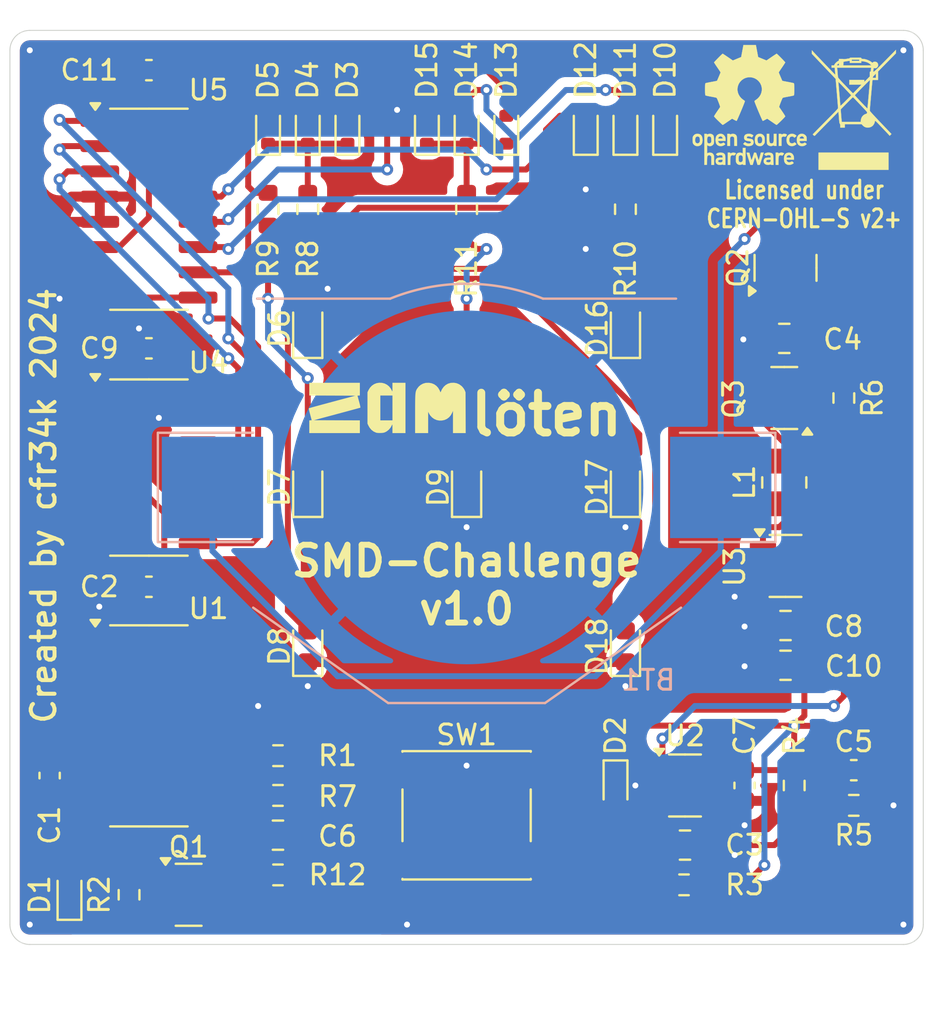
<source format=kicad_pcb>
(kicad_pcb
	(version 20240108)
	(generator "pcbnew")
	(generator_version "8.0")
	(general
		(thickness 1.6)
		(legacy_teardrops no)
	)
	(paper "A4")
	(layers
		(0 "F.Cu" signal)
		(31 "B.Cu" signal)
		(32 "B.Adhes" user "B.Adhesive")
		(33 "F.Adhes" user "F.Adhesive")
		(34 "B.Paste" user)
		(35 "F.Paste" user)
		(36 "B.SilkS" user "B.Silkscreen")
		(37 "F.SilkS" user "F.Silkscreen")
		(38 "B.Mask" user)
		(39 "F.Mask" user)
		(40 "Dwgs.User" user "User.Drawings")
		(41 "Cmts.User" user "User.Comments")
		(42 "Eco1.User" user "User.Eco1")
		(43 "Eco2.User" user "User.Eco2")
		(44 "Edge.Cuts" user)
		(45 "Margin" user)
		(46 "B.CrtYd" user "B.Courtyard")
		(47 "F.CrtYd" user "F.Courtyard")
		(48 "B.Fab" user)
		(49 "F.Fab" user)
		(50 "User.1" user)
		(51 "User.2" user)
		(52 "User.3" user)
		(53 "User.4" user)
		(54 "User.5" user)
		(55 "User.6" user)
		(56 "User.7" user)
		(57 "User.8" user)
		(58 "User.9" user)
	)
	(setup
		(pad_to_mask_clearance 0)
		(allow_soldermask_bridges_in_footprints no)
		(pcbplotparams
			(layerselection 0x00010fc_ffffffff)
			(plot_on_all_layers_selection 0x0000000_00000000)
			(disableapertmacros no)
			(usegerberextensions no)
			(usegerberattributes yes)
			(usegerberadvancedattributes yes)
			(creategerberjobfile yes)
			(dashed_line_dash_ratio 12.000000)
			(dashed_line_gap_ratio 3.000000)
			(svgprecision 4)
			(plotframeref no)
			(viasonmask no)
			(mode 1)
			(useauxorigin no)
			(hpglpennumber 1)
			(hpglpenspeed 20)
			(hpglpendiameter 15.000000)
			(pdf_front_fp_property_popups yes)
			(pdf_back_fp_property_popups yes)
			(dxfpolygonmode yes)
			(dxfimperialunits yes)
			(dxfusepcbnewfont yes)
			(psnegative no)
			(psa4output no)
			(plotreference yes)
			(plotvalue yes)
			(plotfptext yes)
			(plotinvisibletext no)
			(sketchpadsonfab no)
			(subtractmaskfromsilk no)
			(outputformat 1)
			(mirror no)
			(drillshape 0)
			(scaleselection 1)
			(outputdirectory "gerber")
		)
	)
	(net 0 "")
	(net 1 "+BATT")
	(net 2 "GND")
	(net 3 "Net-(U1-C2)")
	(net 4 "Net-(U1-C1)")
	(net 5 "VCC")
	(net 6 "Net-(D2-A)")
	(net 7 "Net-(Q2-S)")
	(net 8 "Net-(U2--)")
	(net 9 "Net-(U1-VCOin)")
	(net 10 "Net-(D1-A)")
	(net 11 "/PWR_EN")
	(net 12 "Net-(D3-K)")
	(net 13 "/C4")
	(net 14 "/C5")
	(net 15 "/C6")
	(net 16 "Net-(D18-A)")
	(net 17 "/LED_A")
	(net 18 "Net-(D17-A)")
	(net 19 "/LED_C")
	(net 20 "Net-(D16-K)")
	(net 21 "/LED_D")
	(net 22 "Net-(D10-K)")
	(net 23 "/C3")
	(net 24 "/C2")
	(net 25 "Net-(D13-K)")
	(net 26 "/C1")
	(net 27 "/LED_B")
	(net 28 "Net-(U3-SW)")
	(net 29 "Net-(Q3-D)")
	(net 30 "Net-(U1-R1)")
	(net 31 "unconnected-(U1-ZOUT-Pad15)")
	(net 32 "unconnected-(U1-PC2-Pad13)")
	(net 33 "unconnected-(U1-PCP-Pad1)")
	(net 34 "unconnected-(U1-R2-Pad12)")
	(net 35 "unconnected-(U1-PC1-Pad2)")
	(net 36 "/CLOCK")
	(net 37 "unconnected-(U1-SFout-Pad10)")
	(net 38 "/CR")
	(net 39 "unconnected-(U4-Q0-Pad12)")
	(net 40 "Net-(U4-Q2)")
	(net 41 "Net-(U4-Q3)")
	(net 42 "Net-(U4-Q1)")
	(net 43 "unconnected-(U5-Y7-Pad7)")
	(net 44 "/VCO_START")
	(net 45 "unconnected-(U3-NC-Pad5)")
	(net 46 "unconnected-(U3-NC-Pad3)")
	(footprint "Resistor_SMD:R_0603_1608Metric" (layer "F.Cu") (at 87.5 94))
	(footprint "Diode_SMD:D_SOD-523" (layer "F.Cu") (at 58 60 90))
	(footprint "Diode_SMD:D_SOD-523" (layer "F.Cu") (at 76 60 90))
	(footprint "Package_TO_SOT_SMD:SOT-23" (layer "F.Cu") (at 84 73.5 180))
	(footprint "Symbol:OSHW-Logo_5.7x6mm_SilkScreen" (layer "F.Cu") (at 82.25 58.75))
	(footprint "Resistor_SMD:R_0603_1608Metric" (layer "F.Cu") (at 76 64 -90))
	(footprint "Package_TO_SOT_SMD:SOT-23-5" (layer "F.Cu") (at 79 93))
	(footprint "Resistor_SMD:R_0603_1608Metric" (layer "F.Cu") (at 58 64 -90))
	(footprint "LED_SMD:LED_0603_1608Metric" (layer "F.Cu") (at 68 78 90))
	(footprint "Capacitor_SMD:C_0805_2012Metric" (layer "F.Cu") (at 79 96))
	(footprint "Diode_SMD:D_SOD-523" (layer "F.Cu") (at 74 60 90))
	(footprint "Package_SO:SOIC-16_3.9x9.9mm_P1.27mm" (layer "F.Cu") (at 52 64))
	(footprint "Package_TO_SOT_SMD:SOT-23-5" (layer "F.Cu") (at 84.0625 81.95))
	(footprint "LED_SMD:LED_0603_1608Metric" (layer "F.Cu") (at 60 78 90))
	(footprint "Resistor_SMD:R_0603_1608Metric" (layer "F.Cu") (at 51 98.5 90))
	(footprint "Package_SO:SOIC-16_3.9x9.9mm_P1.27mm" (layer "F.Cu") (at 52 90))
	(footprint "Package_TO_SOT_SMD:SOT-23" (layer "F.Cu") (at 84.0625 66.95 90))
	(footprint "Capacitor_SMD:C_0603_1608Metric" (layer "F.Cu") (at 52 57 180))
	(footprint "Diode_SMD:D_SOD-523" (layer "F.Cu") (at 75.5 93 -90))
	(footprint "Resistor_SMD:R_0603_1608Metric" (layer "F.Cu") (at 58.5 91.5 180))
	(footprint "Diode_SMD:D_SOD-523" (layer "F.Cu") (at 70 60 90))
	(footprint "LED_SMD:LED_0603_1608Metric" (layer "F.Cu") (at 60 86 90))
	(footprint "LED_SMD:LED_0603_1608Metric" (layer "F.Cu") (at 60 70 90))
	(footprint "Package_TO_SOT_SMD:SOT-23" (layer "F.Cu") (at 54 98.5))
	(footprint "Capacitor_SMD:C_0603_1608Metric" (layer "F.Cu") (at 87.5 92.23))
	(footprint "Symbol:WEEE-Logo_4.2x6mm_SilkScreen" (layer "F.Cu") (at 87.5 59))
	(footprint "Capacitor_SMD:C_0603_1608Metric" (layer "F.Cu") (at 82 93 -90))
	(footprint "Capacitor_SMD:C_0603_1608Metric" (layer "F.Cu") (at 52 83 180))
	(footprint "LED_SMD:LED_0603_1608Metric" (layer "F.Cu") (at 76 86 90))
	(footprint "LED_SMD:LED_0603_1608Metric"
		(layer "F.Cu")
		(uuid "8cdce107-9c84-42ab-a391-b83dfd945cab")
		(at 76 70 90)
		(descr "LED SMD 0603 (1608 Metric), square (rectangular) end terminal, IPC_7351 nominal, (Body size source: http://www.tortai-tech.com/upload/download/2011102023233369053.pdf), generated with kicad-footprint-generator")
		(tags "LED")
		(property "Reference" "D16"
			(at 0 -1.43 90)
			(layer "F.SilkS")
			(uuid "558e026c-3a0a-47d4-84ae-c6ed13995727")
			(effects
				(font
					(size 1 1)
					(thickness 0.15)
				)
			)
		)
		(property "Value" "LED"
			(at 0 1.43 90)
			(layer "F.Fab")
			(uuid "336df7a5-9467-40db-9dcc-7fbf4fbd6ff0")
			(effects
				(font
					(size 1 1)
					(thickness 0.15)
				)
			)
		)
		(property "Footprint" "LED_SMD:LED_0603_1608Metric"
			(at 0 0 90)
			(unlocked yes)
			(layer "F.Fab")
			(hide yes)
			(uuid "ee322c7e-cfab-4b45-84c6-a0cf0fb23f6d")
			(effects
				(font
					(size 1.27 1.27)
					(thickness 0.15)
				)
			)
		)
		(property "Datasheet" ""
			(at 0 0 90)
			(unlocked yes)
			(layer "F.Fab")
			(hide yes)
			(uuid "00ddd063-2282-4305-ab70-3ae4c8ee465d")
			(effects
				(font
					(size 1.27 1.27)
					(thickness 0.15)
				)
			)
		)
		(property "Description" "Light emitting diode"
			(at 0 0 90)
			(unlocked yes)
			(layer "F.Fab")
			(hide yes)
			(uuid "1e1bae35-8f86-4c49-9ee2-ad777efa9bad")
			(effects
				(font
					(size 1.27 1.27)
					(thickness 0.15)
				)
			)
		)
		(property "Teilenummer" "150060VS55040"
			(at 0 0 90)
			(unlocked yes)
			(layer "F.Fab")
			(hide yes)
			(uuid "cb7b28e2-0184-4e65-b715-45dcf4f445e2")
			(effects
				(font
					(size 1 1)
					(thickness 0.15)
				)
			)
		)
		(property ki_fp_filters "LED* LED_SMD:* LED_THT:*")
		(path "/ffd80a2a-fbdb-402f-b715-17ea768d065d")
		(sheetname "Stammblatt")
		(sheetfile "ZAMloeten_SMD_Challenge_v1.kicad_sch")
		(attr smd)
		(fp_line
			(start 0.8 -0.735)
			(end -1.485 -0.735)
			(stroke
				(width 0.12)
				(type solid)
			)
			(layer "F.SilkS")
			(uuid "ed953400-801a-40f4-b064-08890dc22813")
		)
		(fp_line
			(start -1.485 -0.735)
			(end -1.485 0.735)
			(stroke
				(width 0.12)
				(type solid)
			)
			(layer "F.SilkS")
			(uuid "a62c6952-90f3-4a14-984a-8e35f73a9dd6")
		)
		(fp_line
			(start -1.485 0.735)
			(end 0.8 0.735)
			(stroke
				(width 0.12)
				(type solid)
			)
			(layer "F.SilkS")
			(uuid "31972cca-2851-4ae9-8735-3a27ae312214")
		)
		(fp_line
			(start 1.48 -0.73)
			(end 1.48 0.73)
			(stroke
				(width 0.05)
				(type solid)
			)
			(layer "F.CrtYd")
			(uuid "24559ca4-83de-46ec-b97b-84f5f04d6aee")
		)
		(fp_line
			(start -1.48 -0.73)
			(end 1.48 -0.73)
			(stroke
				(width 0.05)
				(type solid)
			)
			(layer "F.CrtYd")
			(uuid "b194bcf0-fbb6-40d0-bd1f-34d32d238b06")
		)
		(fp_line
			(start 1.48 0.73)
			(end -1.48 0.73)
			(stroke
				(width 0.05)
				(type solid)
			)
			(layer "F.CrtYd")
			(uuid "c132dace-6059-4bbb-90bf-e07dbd9e8b76")
		)
		(fp_line
			(start -1.48 0.73)
			(end -1.48 -0.73)
			(stroke
				(
... [336755 chars truncated]
</source>
